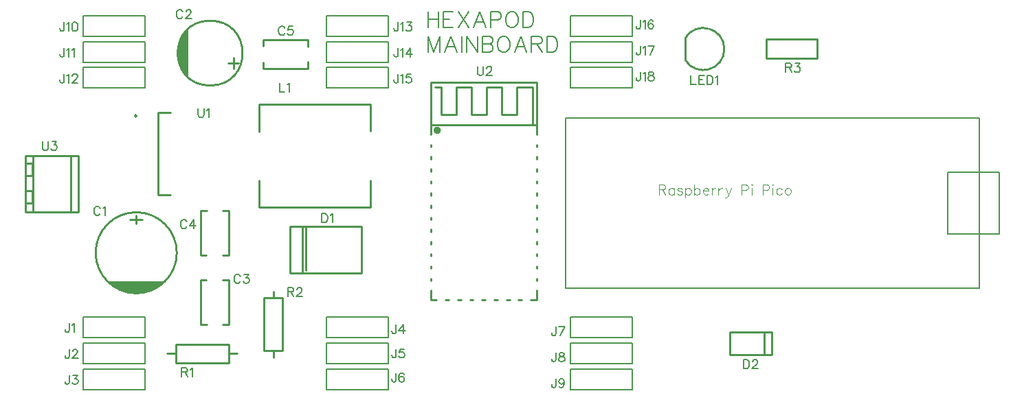
<source format=gto>
G04 Layer: TopSilkscreenLayer*
G04 EasyEDA v6.5.23, 2023-09-19 16:20:23*
G04 fec3ef732f994282af85564de1ff210d,c045908398b64bc89dde678931a0b1f3,10*
G04 Gerber Generator version 0.2*
G04 Scale: 100 percent, Rotated: No, Reflected: No *
G04 Dimensions in millimeters *
G04 leading zeros omitted , absolute positions ,4 integer and 5 decimal *
%FSLAX45Y45*%
%MOMM*%

%ADD10C,0.2032*%
%ADD11C,0.1016*%
%ADD12C,0.1524*%
%ADD13C,0.1270*%
%ADD14C,0.2540*%
%ADD15C,0.2030*%
%ADD16C,0.3810*%
%ADD17C,0.0152*%

%LPD*%
D10*
X3911600Y7964678D02*
G01*
X3911600Y7770876D01*
X4040886Y7964678D02*
G01*
X4040886Y7770876D01*
X3911600Y7872476D02*
G01*
X4040886Y7872476D01*
X4101845Y7964678D02*
G01*
X4101845Y7770876D01*
X4101845Y7964678D02*
G01*
X4221988Y7964678D01*
X4101845Y7872476D02*
G01*
X4175759Y7872476D01*
X4101845Y7770876D02*
G01*
X4221988Y7770876D01*
X4282947Y7964678D02*
G01*
X4412234Y7770876D01*
X4412234Y7964678D02*
G01*
X4282947Y7770876D01*
X4547108Y7964678D02*
G01*
X4473193Y7770876D01*
X4547108Y7964678D02*
G01*
X4621022Y7770876D01*
X4500879Y7835392D02*
G01*
X4593336Y7835392D01*
X4681981Y7964678D02*
G01*
X4681981Y7770876D01*
X4681981Y7964678D02*
G01*
X4765040Y7964678D01*
X4792725Y7955534D01*
X4801870Y7946389D01*
X4811268Y7927847D01*
X4811268Y7900162D01*
X4801870Y7881620D01*
X4792725Y7872476D01*
X4765040Y7863078D01*
X4681981Y7863078D01*
X4927600Y7964678D02*
G01*
X4909058Y7955534D01*
X4890770Y7936992D01*
X4881372Y7918450D01*
X4872227Y7890763D01*
X4872227Y7844789D01*
X4881372Y7816850D01*
X4890770Y7798562D01*
X4909058Y7780020D01*
X4927600Y7770876D01*
X4964429Y7770876D01*
X4982972Y7780020D01*
X5001513Y7798562D01*
X5010658Y7816850D01*
X5020056Y7844789D01*
X5020056Y7890763D01*
X5010658Y7918450D01*
X5001513Y7936992D01*
X4982972Y7955534D01*
X4964429Y7964678D01*
X4927600Y7964678D01*
X5081015Y7964678D02*
G01*
X5081015Y7770876D01*
X5081015Y7964678D02*
G01*
X5145531Y7964678D01*
X5173218Y7955534D01*
X5191759Y7936992D01*
X5200904Y7918450D01*
X5210302Y7890763D01*
X5210302Y7844789D01*
X5200904Y7816850D01*
X5191759Y7798562D01*
X5173218Y7780020D01*
X5145531Y7770876D01*
X5081015Y7770876D01*
X3911600Y7659878D02*
G01*
X3911600Y7466076D01*
X3911600Y7659878D02*
G01*
X3985513Y7466076D01*
X4059427Y7659878D02*
G01*
X3985513Y7466076D01*
X4059427Y7659878D02*
G01*
X4059427Y7466076D01*
X4194302Y7659878D02*
G01*
X4120388Y7466076D01*
X4194302Y7659878D02*
G01*
X4268215Y7466076D01*
X4148074Y7530592D02*
G01*
X4240529Y7530592D01*
X4329175Y7659878D02*
G01*
X4329175Y7466076D01*
X4390136Y7659878D02*
G01*
X4390136Y7466076D01*
X4390136Y7659878D02*
G01*
X4519422Y7466076D01*
X4519422Y7659878D02*
G01*
X4519422Y7466076D01*
X4580381Y7659878D02*
G01*
X4580381Y7466076D01*
X4580381Y7659878D02*
G01*
X4663440Y7659878D01*
X4691125Y7650734D01*
X4700270Y7641589D01*
X4709668Y7623047D01*
X4709668Y7604505D01*
X4700270Y7585963D01*
X4691125Y7576820D01*
X4663440Y7567676D01*
X4580381Y7567676D02*
G01*
X4663440Y7567676D01*
X4691125Y7558278D01*
X4700270Y7549134D01*
X4709668Y7530592D01*
X4709668Y7502905D01*
X4700270Y7484363D01*
X4691125Y7475220D01*
X4663440Y7466076D01*
X4580381Y7466076D01*
X4826000Y7659878D02*
G01*
X4807458Y7650734D01*
X4789170Y7632192D01*
X4779772Y7613650D01*
X4770627Y7585963D01*
X4770627Y7539989D01*
X4779772Y7512050D01*
X4789170Y7493762D01*
X4807458Y7475220D01*
X4826000Y7466076D01*
X4862829Y7466076D01*
X4881372Y7475220D01*
X4899913Y7493762D01*
X4909058Y7512050D01*
X4918456Y7539989D01*
X4918456Y7585963D01*
X4909058Y7613650D01*
X4899913Y7632192D01*
X4881372Y7650734D01*
X4862829Y7659878D01*
X4826000Y7659878D01*
X5053329Y7659878D02*
G01*
X4979415Y7466076D01*
X5053329Y7659878D02*
G01*
X5126990Y7466076D01*
X5007102Y7530592D02*
G01*
X5099304Y7530592D01*
X5187950Y7659878D02*
G01*
X5187950Y7466076D01*
X5187950Y7659878D02*
G01*
X5271261Y7659878D01*
X5298947Y7650734D01*
X5308091Y7641589D01*
X5317490Y7623047D01*
X5317490Y7604505D01*
X5308091Y7585963D01*
X5298947Y7576820D01*
X5271261Y7567676D01*
X5187950Y7567676D01*
X5252720Y7567676D02*
G01*
X5317490Y7466076D01*
X5378450Y7659878D02*
G01*
X5378450Y7466076D01*
X5378450Y7659878D02*
G01*
X5442965Y7659878D01*
X5470652Y7650734D01*
X5489193Y7632192D01*
X5498338Y7613650D01*
X5507736Y7585963D01*
X5507736Y7539989D01*
X5498338Y7512050D01*
X5489193Y7493762D01*
X5470652Y7475220D01*
X5442965Y7466076D01*
X5378450Y7466076D01*
D11*
X6756400Y5830570D02*
G01*
X6756400Y5709157D01*
X6756400Y5830570D02*
G01*
X6808470Y5830570D01*
X6825741Y5824728D01*
X6831329Y5818886D01*
X6837172Y5807455D01*
X6837172Y5795771D01*
X6831329Y5784342D01*
X6825741Y5778500D01*
X6808470Y5772657D01*
X6756400Y5772657D01*
X6796786Y5772657D02*
G01*
X6837172Y5709157D01*
X6944613Y5789929D02*
G01*
X6944613Y5709157D01*
X6944613Y5772657D02*
G01*
X6932929Y5784342D01*
X6921500Y5789929D01*
X6904227Y5789929D01*
X6892543Y5784342D01*
X6881113Y5772657D01*
X6875272Y5755386D01*
X6875272Y5743955D01*
X6881113Y5726429D01*
X6892543Y5715000D01*
X6904227Y5709157D01*
X6921500Y5709157D01*
X6932929Y5715000D01*
X6944613Y5726429D01*
X7046213Y5772657D02*
G01*
X7040372Y5784342D01*
X7023100Y5789929D01*
X7005827Y5789929D01*
X6988556Y5784342D01*
X6982713Y5772657D01*
X6988556Y5761228D01*
X6999986Y5755386D01*
X7028941Y5749544D01*
X7040372Y5743955D01*
X7046213Y5732271D01*
X7046213Y5726429D01*
X7040372Y5715000D01*
X7023100Y5709157D01*
X7005827Y5709157D01*
X6988556Y5715000D01*
X6982713Y5726429D01*
X7084313Y5789929D02*
G01*
X7084313Y5668771D01*
X7084313Y5772657D02*
G01*
X7095743Y5784342D01*
X7107427Y5789929D01*
X7124700Y5789929D01*
X7136129Y5784342D01*
X7147813Y5772657D01*
X7153656Y5755386D01*
X7153656Y5743955D01*
X7147813Y5726429D01*
X7136129Y5715000D01*
X7124700Y5709157D01*
X7107427Y5709157D01*
X7095743Y5715000D01*
X7084313Y5726429D01*
X7191756Y5830570D02*
G01*
X7191756Y5709157D01*
X7191756Y5772657D02*
G01*
X7203186Y5784342D01*
X7214870Y5789929D01*
X7232141Y5789929D01*
X7243572Y5784342D01*
X7255256Y5772657D01*
X7260843Y5755386D01*
X7260843Y5743955D01*
X7255256Y5726429D01*
X7243572Y5715000D01*
X7232141Y5709157D01*
X7214870Y5709157D01*
X7203186Y5715000D01*
X7191756Y5726429D01*
X7298943Y5755386D02*
G01*
X7368286Y5755386D01*
X7368286Y5767070D01*
X7362443Y5778500D01*
X7356856Y5784342D01*
X7345172Y5789929D01*
X7327900Y5789929D01*
X7316470Y5784342D01*
X7304786Y5772657D01*
X7298943Y5755386D01*
X7298943Y5743955D01*
X7304786Y5726429D01*
X7316470Y5715000D01*
X7327900Y5709157D01*
X7345172Y5709157D01*
X7356856Y5715000D01*
X7368286Y5726429D01*
X7406386Y5789929D02*
G01*
X7406386Y5709157D01*
X7406386Y5755386D02*
G01*
X7412227Y5772657D01*
X7423658Y5784342D01*
X7435341Y5789929D01*
X7452613Y5789929D01*
X7490713Y5789929D02*
G01*
X7490713Y5709157D01*
X7490713Y5755386D02*
G01*
X7496556Y5772657D01*
X7507986Y5784342D01*
X7519670Y5789929D01*
X7536941Y5789929D01*
X7580629Y5789929D02*
G01*
X7615427Y5709157D01*
X7649972Y5789929D02*
G01*
X7615427Y5709157D01*
X7603743Y5686044D01*
X7592313Y5674613D01*
X7580629Y5668771D01*
X7575041Y5668771D01*
X7776972Y5830570D02*
G01*
X7776972Y5709157D01*
X7776972Y5830570D02*
G01*
X7829041Y5830570D01*
X7846313Y5824728D01*
X7852156Y5818886D01*
X7857743Y5807455D01*
X7857743Y5789929D01*
X7852156Y5778500D01*
X7846313Y5772657D01*
X7829041Y5767070D01*
X7776972Y5767070D01*
X7895843Y5830570D02*
G01*
X7901686Y5824728D01*
X7907527Y5830570D01*
X7901686Y5836157D01*
X7895843Y5830570D01*
X7901686Y5789929D02*
G01*
X7901686Y5709157D01*
X8034527Y5830570D02*
G01*
X8034527Y5709157D01*
X8034527Y5830570D02*
G01*
X8086343Y5830570D01*
X8103870Y5824728D01*
X8109458Y5818886D01*
X8115300Y5807455D01*
X8115300Y5789929D01*
X8109458Y5778500D01*
X8103870Y5772657D01*
X8086343Y5767070D01*
X8034527Y5767070D01*
X8153400Y5830570D02*
G01*
X8159241Y5824728D01*
X8164829Y5830570D01*
X8159241Y5836157D01*
X8153400Y5830570D01*
X8159241Y5789929D02*
G01*
X8159241Y5709157D01*
X8272272Y5772657D02*
G01*
X8260841Y5784342D01*
X8249158Y5789929D01*
X8231886Y5789929D01*
X8220456Y5784342D01*
X8208772Y5772657D01*
X8202929Y5755386D01*
X8202929Y5743955D01*
X8208772Y5726429D01*
X8220456Y5715000D01*
X8231886Y5709157D01*
X8249158Y5709157D01*
X8260841Y5715000D01*
X8272272Y5726429D01*
X8339327Y5789929D02*
G01*
X8327643Y5784342D01*
X8316213Y5772657D01*
X8310372Y5755386D01*
X8310372Y5743955D01*
X8316213Y5726429D01*
X8327643Y5715000D01*
X8339327Y5709157D01*
X8356600Y5709157D01*
X8368029Y5715000D01*
X8379713Y5726429D01*
X8385556Y5743955D01*
X8385556Y5755386D01*
X8379713Y5772657D01*
X8368029Y5784342D01*
X8356600Y5789929D01*
X8339327Y5789929D01*
D12*
X-125221Y5537707D02*
G01*
X-130555Y5548121D01*
X-140970Y5558536D01*
X-151129Y5563615D01*
X-171957Y5563615D01*
X-182371Y5558536D01*
X-192786Y5548121D01*
X-198120Y5537707D01*
X-203200Y5521960D01*
X-203200Y5496052D01*
X-198120Y5480557D01*
X-192786Y5470144D01*
X-182371Y5459729D01*
X-171957Y5454650D01*
X-151129Y5454650D01*
X-140970Y5459729D01*
X-130555Y5470144D01*
X-125221Y5480557D01*
X-90931Y5542787D02*
G01*
X-80518Y5548121D01*
X-65023Y5563615D01*
X-65023Y5454650D01*
X890778Y7963408D02*
G01*
X885444Y7973821D01*
X875029Y7984236D01*
X864870Y7989315D01*
X844042Y7989315D01*
X833628Y7984236D01*
X823213Y7973821D01*
X817879Y7963408D01*
X812800Y7947660D01*
X812800Y7921752D01*
X817879Y7906258D01*
X823213Y7895844D01*
X833628Y7885429D01*
X844042Y7880350D01*
X864870Y7880350D01*
X875029Y7885429D01*
X885444Y7895844D01*
X890778Y7906258D01*
X930147Y7963408D02*
G01*
X930147Y7968487D01*
X935481Y7978902D01*
X940562Y7984236D01*
X950976Y7989315D01*
X971804Y7989315D01*
X982218Y7984236D01*
X987297Y7978902D01*
X992631Y7968487D01*
X992631Y7958073D01*
X987297Y7947660D01*
X976884Y7932165D01*
X925068Y7880350D01*
X997712Y7880350D01*
X1601978Y4699507D02*
G01*
X1596644Y4709921D01*
X1586229Y4720336D01*
X1576070Y4725415D01*
X1555242Y4725415D01*
X1544828Y4720336D01*
X1534413Y4709921D01*
X1529079Y4699507D01*
X1524000Y4683760D01*
X1524000Y4657852D01*
X1529079Y4642357D01*
X1534413Y4631944D01*
X1544828Y4621529D01*
X1555242Y4616450D01*
X1576070Y4616450D01*
X1586229Y4621529D01*
X1596644Y4631944D01*
X1601978Y4642357D01*
X1646681Y4725415D02*
G01*
X1703831Y4725415D01*
X1672589Y4683760D01*
X1688084Y4683760D01*
X1698497Y4678679D01*
X1703831Y4673600D01*
X1708912Y4657852D01*
X1708912Y4647437D01*
X1703831Y4631944D01*
X1693418Y4621529D01*
X1677670Y4616450D01*
X1662176Y4616450D01*
X1646681Y4621529D01*
X1641347Y4626610D01*
X1636268Y4637023D01*
X941578Y5372607D02*
G01*
X936244Y5383021D01*
X925829Y5393436D01*
X915670Y5398515D01*
X894842Y5398515D01*
X884428Y5393436D01*
X874013Y5383021D01*
X868679Y5372607D01*
X863600Y5356860D01*
X863600Y5330952D01*
X868679Y5315457D01*
X874013Y5305044D01*
X884428Y5294629D01*
X894842Y5289550D01*
X915670Y5289550D01*
X925829Y5294629D01*
X936244Y5305044D01*
X941578Y5315457D01*
X1027684Y5398515D02*
G01*
X975868Y5325871D01*
X1053845Y5325871D01*
X1027684Y5398515D02*
G01*
X1027684Y5289550D01*
X2148077Y7760208D02*
G01*
X2142743Y7770621D01*
X2132329Y7781036D01*
X2122170Y7786115D01*
X2101341Y7786115D01*
X2090927Y7781036D01*
X2080513Y7770621D01*
X2075179Y7760208D01*
X2070100Y7744460D01*
X2070100Y7718552D01*
X2075179Y7703058D01*
X2080513Y7692644D01*
X2090927Y7682229D01*
X2101341Y7677150D01*
X2122170Y7677150D01*
X2132329Y7682229D01*
X2142743Y7692644D01*
X2148077Y7703058D01*
X2244597Y7786115D02*
G01*
X2192781Y7786115D01*
X2187447Y7739379D01*
X2192781Y7744460D01*
X2208275Y7749794D01*
X2223770Y7749794D01*
X2239518Y7744460D01*
X2249931Y7734300D01*
X2255011Y7718552D01*
X2255011Y7708137D01*
X2249931Y7692644D01*
X2239518Y7682229D01*
X2223770Y7677150D01*
X2208275Y7677150D01*
X2192781Y7682229D01*
X2187447Y7687310D01*
X2182368Y7697723D01*
X2603500Y5474715D02*
G01*
X2603500Y5365750D01*
X2603500Y5474715D02*
G01*
X2639822Y5474715D01*
X2655570Y5469636D01*
X2665729Y5459221D01*
X2671063Y5448807D01*
X2676143Y5433060D01*
X2676143Y5407152D01*
X2671063Y5391657D01*
X2665729Y5381244D01*
X2655570Y5370829D01*
X2639822Y5365750D01*
X2603500Y5365750D01*
X2710434Y5453887D02*
G01*
X2720847Y5459221D01*
X2736595Y5474715D01*
X2736595Y5365750D01*
X-506729Y4118315D02*
G01*
X-506729Y4035257D01*
X-512063Y4019509D01*
X-517144Y4014429D01*
X-527557Y4009349D01*
X-537971Y4009349D01*
X-548386Y4014429D01*
X-553720Y4019509D01*
X-558800Y4035257D01*
X-558800Y4045671D01*
X-472439Y4097487D02*
G01*
X-462279Y4102821D01*
X-446531Y4118315D01*
X-446531Y4009349D01*
X-506729Y3798315D02*
G01*
X-506729Y3715257D01*
X-512063Y3699510D01*
X-517144Y3694429D01*
X-527557Y3689350D01*
X-537971Y3689350D01*
X-548386Y3694429D01*
X-553720Y3699510D01*
X-558800Y3715257D01*
X-558800Y3725671D01*
X-467360Y3772407D02*
G01*
X-467360Y3777487D01*
X-462279Y3787902D01*
X-456945Y3793236D01*
X-446531Y3798315D01*
X-425704Y3798315D01*
X-415289Y3793236D01*
X-410210Y3787902D01*
X-405129Y3777487D01*
X-405129Y3767073D01*
X-410210Y3756660D01*
X-420623Y3741165D01*
X-472439Y3689350D01*
X-399795Y3689350D01*
X-506729Y3478316D02*
G01*
X-506729Y3395258D01*
X-512063Y3379510D01*
X-517144Y3374430D01*
X-527557Y3369350D01*
X-537971Y3369350D01*
X-548386Y3374430D01*
X-553720Y3379510D01*
X-558800Y3395258D01*
X-558800Y3405672D01*
X-462279Y3478316D02*
G01*
X-405129Y3478316D01*
X-436118Y3436660D01*
X-420623Y3436660D01*
X-410210Y3431580D01*
X-405129Y3426500D01*
X-399795Y3410752D01*
X-399795Y3400338D01*
X-405129Y3384844D01*
X-415289Y3374430D01*
X-431037Y3369350D01*
X-446531Y3369350D01*
X-462279Y3374430D01*
X-467360Y3379510D01*
X-472439Y3389924D01*
X3519170Y4103115D02*
G01*
X3519170Y4020057D01*
X3513836Y4004310D01*
X3508756Y3999229D01*
X3498341Y3994150D01*
X3487927Y3994150D01*
X3477513Y3999229D01*
X3472179Y4004310D01*
X3467100Y4020057D01*
X3467100Y4030471D01*
X3605275Y4103115D02*
G01*
X3553459Y4030471D01*
X3631184Y4030471D01*
X3605275Y4103115D02*
G01*
X3605275Y3994150D01*
X3519170Y3804665D02*
G01*
X3519170Y3721607D01*
X3513836Y3705860D01*
X3508756Y3700779D01*
X3498341Y3695700D01*
X3487927Y3695700D01*
X3477513Y3700779D01*
X3472179Y3705860D01*
X3467100Y3721607D01*
X3467100Y3732021D01*
X3615690Y3804665D02*
G01*
X3563620Y3804665D01*
X3558540Y3757929D01*
X3563620Y3763010D01*
X3579368Y3768344D01*
X3594861Y3768344D01*
X3610609Y3763010D01*
X3620770Y3752850D01*
X3626104Y3737102D01*
X3626104Y3726687D01*
X3620770Y3711194D01*
X3610609Y3700779D01*
X3594861Y3695700D01*
X3579368Y3695700D01*
X3563620Y3700779D01*
X3558540Y3705860D01*
X3553459Y3716273D01*
X3519170Y3506215D02*
G01*
X3519170Y3423157D01*
X3513836Y3407410D01*
X3508756Y3402329D01*
X3498341Y3397250D01*
X3487927Y3397250D01*
X3477513Y3402329D01*
X3472179Y3407410D01*
X3467100Y3423157D01*
X3467100Y3433571D01*
X3615690Y3490721D02*
G01*
X3610609Y3501136D01*
X3594861Y3506215D01*
X3584447Y3506215D01*
X3568954Y3501136D01*
X3558540Y3485387D01*
X3553459Y3459479D01*
X3553459Y3433571D01*
X3558540Y3412744D01*
X3568954Y3402329D01*
X3584447Y3397250D01*
X3589781Y3397250D01*
X3605275Y3402329D01*
X3615690Y3412744D01*
X3620770Y3428237D01*
X3620770Y3433571D01*
X3615690Y3449065D01*
X3605275Y3459479D01*
X3589781Y3464560D01*
X3584447Y3464560D01*
X3568954Y3459479D01*
X3558540Y3449065D01*
X3553459Y3433571D01*
X5487670Y4077715D02*
G01*
X5487670Y3994657D01*
X5482336Y3978910D01*
X5477256Y3973829D01*
X5466841Y3968750D01*
X5456427Y3968750D01*
X5446013Y3973829D01*
X5440679Y3978910D01*
X5435600Y3994657D01*
X5435600Y4005071D01*
X5594604Y4077715D02*
G01*
X5542534Y3968750D01*
X5521959Y4077715D02*
G01*
X5594604Y4077715D01*
X5487670Y3757716D02*
G01*
X5487670Y3674658D01*
X5482336Y3658910D01*
X5477256Y3653830D01*
X5466841Y3648750D01*
X5456427Y3648750D01*
X5446013Y3653830D01*
X5440679Y3658910D01*
X5435600Y3674658D01*
X5435600Y3685072D01*
X5547868Y3757716D02*
G01*
X5532120Y3752636D01*
X5527040Y3742222D01*
X5527040Y3731808D01*
X5532120Y3721394D01*
X5542534Y3716060D01*
X5563361Y3710980D01*
X5579109Y3705900D01*
X5589270Y3695486D01*
X5594604Y3685072D01*
X5594604Y3669324D01*
X5589270Y3658910D01*
X5584190Y3653830D01*
X5568695Y3648750D01*
X5547868Y3648750D01*
X5532120Y3653830D01*
X5527040Y3658910D01*
X5521959Y3669324D01*
X5521959Y3685072D01*
X5527040Y3695486D01*
X5537454Y3705900D01*
X5552947Y3710980D01*
X5573775Y3716060D01*
X5584190Y3721394D01*
X5589270Y3731808D01*
X5589270Y3742222D01*
X5584190Y3752636D01*
X5568695Y3757716D01*
X5547868Y3757716D01*
X5487670Y3437717D02*
G01*
X5487670Y3354659D01*
X5482336Y3338911D01*
X5477256Y3333831D01*
X5466841Y3328751D01*
X5456427Y3328751D01*
X5446013Y3333831D01*
X5440679Y3338911D01*
X5435600Y3354659D01*
X5435600Y3365073D01*
X5589270Y3401395D02*
G01*
X5584190Y3385901D01*
X5573775Y3375487D01*
X5558281Y3370153D01*
X5552947Y3370153D01*
X5537454Y3375487D01*
X5527040Y3385901D01*
X5521959Y3401395D01*
X5521959Y3406475D01*
X5527040Y3422223D01*
X5537454Y3432637D01*
X5552947Y3437717D01*
X5558281Y3437717D01*
X5573775Y3432637D01*
X5584190Y3422223D01*
X5589270Y3401395D01*
X5589270Y3375487D01*
X5584190Y3349325D01*
X5573775Y3333831D01*
X5558281Y3328751D01*
X5547868Y3328751D01*
X5532120Y3333831D01*
X5527040Y3344245D01*
X-570229Y7836915D02*
G01*
X-570229Y7753858D01*
X-575563Y7738110D01*
X-580644Y7733029D01*
X-591057Y7727950D01*
X-601471Y7727950D01*
X-611886Y7733029D01*
X-617220Y7738110D01*
X-622300Y7753858D01*
X-622300Y7764271D01*
X-535939Y7816087D02*
G01*
X-525779Y7821421D01*
X-510031Y7836915D01*
X-510031Y7727950D01*
X-444500Y7836915D02*
G01*
X-460247Y7831836D01*
X-470662Y7816087D01*
X-475742Y7790179D01*
X-475742Y7774686D01*
X-470662Y7748523D01*
X-460247Y7733029D01*
X-444500Y7727950D01*
X-434339Y7727950D01*
X-418592Y7733029D01*
X-408178Y7748523D01*
X-403097Y7774686D01*
X-403097Y7790179D01*
X-408178Y7816087D01*
X-418592Y7831836D01*
X-434339Y7836915D01*
X-444500Y7836915D01*
X-570229Y7516916D02*
G01*
X-570229Y7433858D01*
X-575563Y7418110D01*
X-580644Y7413030D01*
X-591057Y7407950D01*
X-601471Y7407950D01*
X-611886Y7413030D01*
X-617220Y7418110D01*
X-622300Y7433858D01*
X-622300Y7444272D01*
X-535939Y7496088D02*
G01*
X-525779Y7501422D01*
X-510031Y7516916D01*
X-510031Y7407950D01*
X-475742Y7496088D02*
G01*
X-465328Y7501422D01*
X-449834Y7516916D01*
X-449834Y7407950D01*
X-570229Y7196917D02*
G01*
X-570229Y7113859D01*
X-575563Y7098111D01*
X-580644Y7093031D01*
X-591057Y7087951D01*
X-601471Y7087951D01*
X-611886Y7093031D01*
X-617220Y7098111D01*
X-622300Y7113859D01*
X-622300Y7124273D01*
X-535939Y7176089D02*
G01*
X-525779Y7181423D01*
X-510031Y7196917D01*
X-510031Y7087951D01*
X-470662Y7171009D02*
G01*
X-470662Y7176089D01*
X-465328Y7186503D01*
X-460247Y7191837D01*
X-449834Y7196917D01*
X-429005Y7196917D01*
X-418592Y7191837D01*
X-413512Y7186503D01*
X-408178Y7176089D01*
X-408178Y7165675D01*
X-413512Y7155261D01*
X-423926Y7139767D01*
X-475742Y7087951D01*
X-403097Y7087951D01*
X3544570Y7836915D02*
G01*
X3544570Y7753858D01*
X3539236Y7738110D01*
X3534156Y7733029D01*
X3523741Y7727950D01*
X3513327Y7727950D01*
X3502913Y7733029D01*
X3497579Y7738110D01*
X3492500Y7753858D01*
X3492500Y7764271D01*
X3578859Y7816087D02*
G01*
X3589020Y7821421D01*
X3604768Y7836915D01*
X3604768Y7727950D01*
X3649472Y7836915D02*
G01*
X3706622Y7836915D01*
X3675379Y7795260D01*
X3690874Y7795260D01*
X3701288Y7790179D01*
X3706622Y7785100D01*
X3711702Y7769352D01*
X3711702Y7758937D01*
X3706622Y7743444D01*
X3696208Y7733029D01*
X3680459Y7727950D01*
X3664965Y7727950D01*
X3649472Y7733029D01*
X3644138Y7738110D01*
X3639058Y7748523D01*
X3544570Y7516916D02*
G01*
X3544570Y7433858D01*
X3539236Y7418110D01*
X3534156Y7413030D01*
X3523741Y7407950D01*
X3513327Y7407950D01*
X3502913Y7413030D01*
X3497579Y7418110D01*
X3492500Y7433858D01*
X3492500Y7444272D01*
X3578859Y7496088D02*
G01*
X3589020Y7501422D01*
X3604768Y7516916D01*
X3604768Y7407950D01*
X3690874Y7516916D02*
G01*
X3639058Y7444272D01*
X3717036Y7444272D01*
X3690874Y7516916D02*
G01*
X3690874Y7407950D01*
X3544570Y7196917D02*
G01*
X3544570Y7113859D01*
X3539236Y7098111D01*
X3534156Y7093031D01*
X3523741Y7087951D01*
X3513327Y7087951D01*
X3502913Y7093031D01*
X3497579Y7098111D01*
X3492500Y7113859D01*
X3492500Y7124273D01*
X3578859Y7176089D02*
G01*
X3589020Y7181423D01*
X3604768Y7196917D01*
X3604768Y7087951D01*
X3701288Y7196917D02*
G01*
X3649472Y7196917D01*
X3644138Y7150181D01*
X3649472Y7155261D01*
X3664965Y7160595D01*
X3680459Y7160595D01*
X3696208Y7155261D01*
X3706622Y7145101D01*
X3711702Y7129353D01*
X3711702Y7118939D01*
X3706622Y7103445D01*
X3696208Y7093031D01*
X3680459Y7087951D01*
X3664965Y7087951D01*
X3649472Y7093031D01*
X3644138Y7098111D01*
X3639058Y7108525D01*
X6529070Y7862315D02*
G01*
X6529070Y7779258D01*
X6523736Y7763510D01*
X6518656Y7758429D01*
X6508241Y7753350D01*
X6497827Y7753350D01*
X6487413Y7758429D01*
X6482079Y7763510D01*
X6477000Y7779258D01*
X6477000Y7789671D01*
X6563359Y7841487D02*
G01*
X6573520Y7846821D01*
X6589268Y7862315D01*
X6589268Y7753350D01*
X6685788Y7846821D02*
G01*
X6680708Y7857236D01*
X6664959Y7862315D01*
X6654800Y7862315D01*
X6639052Y7857236D01*
X6628638Y7841487D01*
X6623558Y7815579D01*
X6623558Y7789671D01*
X6628638Y7768844D01*
X6639052Y7758429D01*
X6654800Y7753350D01*
X6659879Y7753350D01*
X6675374Y7758429D01*
X6685788Y7768844D01*
X6691122Y7784337D01*
X6691122Y7789671D01*
X6685788Y7805165D01*
X6675374Y7815579D01*
X6659879Y7820660D01*
X6654800Y7820660D01*
X6639052Y7815579D01*
X6628638Y7805165D01*
X6623558Y7789671D01*
X6529070Y7542316D02*
G01*
X6529070Y7459258D01*
X6523736Y7443510D01*
X6518656Y7438430D01*
X6508241Y7433350D01*
X6497827Y7433350D01*
X6487413Y7438430D01*
X6482079Y7443510D01*
X6477000Y7459258D01*
X6477000Y7469672D01*
X6563359Y7521488D02*
G01*
X6573520Y7526822D01*
X6589268Y7542316D01*
X6589268Y7433350D01*
X6696202Y7542316D02*
G01*
X6644386Y7433350D01*
X6623558Y7542316D02*
G01*
X6696202Y7542316D01*
X6529070Y7222317D02*
G01*
X6529070Y7139259D01*
X6523736Y7123511D01*
X6518656Y7118431D01*
X6508241Y7113351D01*
X6497827Y7113351D01*
X6487413Y7118431D01*
X6482079Y7123511D01*
X6477000Y7139259D01*
X6477000Y7149673D01*
X6563359Y7201489D02*
G01*
X6573520Y7206823D01*
X6589268Y7222317D01*
X6589268Y7113351D01*
X6649465Y7222317D02*
G01*
X6633972Y7217237D01*
X6628638Y7206823D01*
X6628638Y7196409D01*
X6633972Y7185995D01*
X6644386Y7180661D01*
X6664959Y7175581D01*
X6680708Y7170501D01*
X6691122Y7160087D01*
X6696202Y7149673D01*
X6696202Y7133925D01*
X6691122Y7123511D01*
X6685788Y7118431D01*
X6670293Y7113351D01*
X6649465Y7113351D01*
X6633972Y7118431D01*
X6628638Y7123511D01*
X6623558Y7133925D01*
X6623558Y7149673D01*
X6628638Y7160087D01*
X6639052Y7170501D01*
X6654800Y7175581D01*
X6675374Y7180661D01*
X6685788Y7185995D01*
X6691122Y7196409D01*
X6691122Y7206823D01*
X6685788Y7217237D01*
X6670293Y7222317D01*
X6649465Y7222317D01*
X2082800Y7087615D02*
G01*
X2082800Y6978650D01*
X2082800Y6978650D02*
G01*
X2145029Y6978650D01*
X2179320Y7066787D02*
G01*
X2189734Y7072121D01*
X2205481Y7087615D01*
X2205481Y6978650D01*
X7150100Y7176515D02*
G01*
X7150100Y7067550D01*
X7150100Y7067550D02*
G01*
X7212329Y7067550D01*
X7246620Y7176515D02*
G01*
X7246620Y7067550D01*
X7246620Y7176515D02*
G01*
X7314184Y7176515D01*
X7246620Y7124700D02*
G01*
X7288275Y7124700D01*
X7246620Y7067550D02*
G01*
X7314184Y7067550D01*
X7348474Y7176515D02*
G01*
X7348474Y7067550D01*
X7348474Y7176515D02*
G01*
X7385050Y7176515D01*
X7400543Y7171436D01*
X7410958Y7161021D01*
X7416038Y7150608D01*
X7421372Y7134860D01*
X7421372Y7108952D01*
X7416038Y7093458D01*
X7410958Y7083044D01*
X7400543Y7072629D01*
X7385050Y7067550D01*
X7348474Y7067550D01*
X7455661Y7155687D02*
G01*
X7466075Y7161021D01*
X7481570Y7176515D01*
X7481570Y7067550D01*
X876300Y3569715D02*
G01*
X876300Y3460750D01*
X876300Y3569715D02*
G01*
X923036Y3569715D01*
X938529Y3564636D01*
X943863Y3559302D01*
X948944Y3548887D01*
X948944Y3538473D01*
X943863Y3528060D01*
X938529Y3522979D01*
X923036Y3517900D01*
X876300Y3517900D01*
X912621Y3517900D02*
G01*
X948944Y3460750D01*
X983234Y3548887D02*
G01*
X993647Y3554221D01*
X1009395Y3569715D01*
X1009395Y3460750D01*
X2184400Y4560315D02*
G01*
X2184400Y4451350D01*
X2184400Y4560315D02*
G01*
X2231136Y4560315D01*
X2246629Y4555236D01*
X2251963Y4549902D01*
X2257043Y4539487D01*
X2257043Y4529073D01*
X2251963Y4518660D01*
X2246629Y4513579D01*
X2231136Y4508500D01*
X2184400Y4508500D01*
X2220722Y4508500D02*
G01*
X2257043Y4451350D01*
X2296668Y4534407D02*
G01*
X2296668Y4539487D01*
X2301747Y4549902D01*
X2307081Y4555236D01*
X2317495Y4560315D01*
X2338070Y4560315D01*
X2348484Y4555236D01*
X2353818Y4549902D01*
X2358897Y4539487D01*
X2358897Y4529073D01*
X2353818Y4518660D01*
X2343404Y4503165D01*
X2291334Y4451350D01*
X2364231Y4451350D01*
X8318500Y7328915D02*
G01*
X8318500Y7219950D01*
X8318500Y7328915D02*
G01*
X8365236Y7328915D01*
X8380729Y7323836D01*
X8386063Y7318502D01*
X8391143Y7308087D01*
X8391143Y7297673D01*
X8386063Y7287260D01*
X8380729Y7282179D01*
X8365236Y7277100D01*
X8318500Y7277100D01*
X8354822Y7277100D02*
G01*
X8391143Y7219950D01*
X8435847Y7328915D02*
G01*
X8492997Y7328915D01*
X8462009Y7287260D01*
X8477504Y7287260D01*
X8487918Y7282179D01*
X8492997Y7277100D01*
X8498331Y7261352D01*
X8498331Y7250937D01*
X8492997Y7235444D01*
X8482584Y7225029D01*
X8467090Y7219950D01*
X8451595Y7219950D01*
X8435847Y7225029D01*
X8430768Y7230110D01*
X8425434Y7240523D01*
X1079500Y6770115D02*
G01*
X1079500Y6692137D01*
X1084579Y6676644D01*
X1094994Y6666229D01*
X1110742Y6661150D01*
X1121155Y6661150D01*
X1136650Y6666229D01*
X1147063Y6676644D01*
X1152144Y6692137D01*
X1152144Y6770115D01*
X1186434Y6749287D02*
G01*
X1196847Y6754621D01*
X1212595Y6770115D01*
X1212595Y6661150D01*
X4521200Y7290815D02*
G01*
X4521200Y7212837D01*
X4526279Y7197344D01*
X4536693Y7186929D01*
X4552441Y7181850D01*
X4562856Y7181850D01*
X4578350Y7186929D01*
X4588763Y7197344D01*
X4593843Y7212837D01*
X4593843Y7290815D01*
X4633468Y7264908D02*
G01*
X4633468Y7269987D01*
X4638547Y7280402D01*
X4643881Y7285736D01*
X4654295Y7290815D01*
X4674870Y7290815D01*
X4685284Y7285736D01*
X4690618Y7280402D01*
X4695697Y7269987D01*
X4695697Y7259573D01*
X4690618Y7249160D01*
X4680204Y7233665D01*
X4628134Y7181850D01*
X4701031Y7181850D01*
X-838200Y6363715D02*
G01*
X-838200Y6285737D01*
X-833120Y6270244D01*
X-822705Y6259829D01*
X-806957Y6254750D01*
X-796544Y6254750D01*
X-781050Y6259829D01*
X-770636Y6270244D01*
X-765555Y6285737D01*
X-765555Y6363715D01*
X-720852Y6363715D02*
G01*
X-663702Y6363715D01*
X-694689Y6322060D01*
X-679195Y6322060D01*
X-668781Y6316979D01*
X-663702Y6311900D01*
X-658368Y6296152D01*
X-658368Y6285737D01*
X-663702Y6270244D01*
X-674115Y6259829D01*
X-689610Y6254750D01*
X-705104Y6254750D01*
X-720852Y6259829D01*
X-725931Y6264910D01*
X-731265Y6275323D01*
X7797800Y3671315D02*
G01*
X7797800Y3562350D01*
X7797800Y3671315D02*
G01*
X7834122Y3671315D01*
X7849870Y3666236D01*
X7860029Y3655821D01*
X7865363Y3645407D01*
X7870443Y3629660D01*
X7870443Y3603752D01*
X7865363Y3588257D01*
X7860029Y3577844D01*
X7849870Y3567429D01*
X7834122Y3562350D01*
X7797800Y3562350D01*
X7910068Y3645407D02*
G01*
X7910068Y3650487D01*
X7915147Y3660902D01*
X7920481Y3666236D01*
X7930895Y3671315D01*
X7951470Y3671315D01*
X7961884Y3666236D01*
X7967218Y3660902D01*
X7972297Y3650487D01*
X7972297Y3640073D01*
X7967218Y3629660D01*
X7956804Y3614165D01*
X7904734Y3562350D01*
X7977631Y3562350D01*
G36*
X-38100Y4635500D02*
G01*
X63500Y4559300D01*
X215900Y4508500D01*
X368300Y4483100D01*
X469900Y4508500D01*
X673100Y4635500D01*
G37*
G36*
X956919Y7754924D02*
G01*
X944168Y7740903D01*
X932027Y7726425D01*
X920546Y7711389D01*
X909726Y7695844D01*
X899617Y7679893D01*
X890168Y7663484D01*
X881481Y7646670D01*
X873506Y7629550D01*
X866292Y7612075D01*
X859840Y7594295D01*
X854151Y7576210D01*
X849274Y7557973D01*
X845210Y7539481D01*
X841908Y7520838D01*
X839469Y7502093D01*
X837844Y7483246D01*
X836980Y7464348D01*
X836980Y7445451D01*
X837844Y7426553D01*
X839469Y7407706D01*
X841908Y7388961D01*
X845210Y7370318D01*
X849274Y7351826D01*
X854151Y7333589D01*
X859840Y7315504D01*
X866292Y7297724D01*
X873506Y7280249D01*
X881481Y7263130D01*
X890168Y7246315D01*
X899617Y7229906D01*
X909726Y7213955D01*
X920546Y7198410D01*
X932027Y7183374D01*
X944168Y7168896D01*
X956919Y7154875D01*
G37*
D13*
X10676407Y4557991D02*
G01*
X10703407Y4557001D01*
X10703407Y6656997D01*
X5603417Y6656997D01*
X5603417Y4557001D01*
X10703407Y4557001D01*
X10947400Y5987986D02*
G01*
X10947400Y5225986D01*
X10312400Y5225986D01*
X10312400Y5987986D01*
X10947400Y5987986D01*
D14*
X317500Y5448300D02*
G01*
X317500Y5346700D01*
X393700Y5397500D02*
G01*
X241300Y5397500D01*
X1451899Y7334900D02*
G01*
X1576359Y7334900D01*
X1514129Y7402210D02*
G01*
X1514129Y7267590D01*
X1457703Y4656510D02*
G01*
X1457700Y4106509D01*
X1107696Y4106509D02*
G01*
X1107699Y4656515D01*
X1457703Y4656510D02*
G01*
X1385074Y4656510D01*
X1180325Y4656510D02*
G01*
X1107699Y4656510D01*
X1457700Y4106509D02*
G01*
X1378653Y4106509D01*
X1186746Y4106509D02*
G01*
X1107696Y4106509D01*
X1107696Y4957389D02*
G01*
X1107699Y5507390D01*
X1457703Y5507390D02*
G01*
X1457700Y4957384D01*
X1107696Y4957389D02*
G01*
X1180325Y4957389D01*
X1385074Y4957389D02*
G01*
X1457700Y4957389D01*
X1107699Y5507390D02*
G01*
X1186746Y5507390D01*
X1378653Y5507390D02*
G01*
X1457703Y5507390D01*
X1883989Y7617203D02*
G01*
X2433990Y7617200D01*
X2433990Y7267196D02*
G01*
X1883984Y7267199D01*
X1883989Y7617203D02*
G01*
X1883989Y7544574D01*
X1883989Y7339825D02*
G01*
X1883989Y7267199D01*
X2433990Y7617200D02*
G01*
X2433990Y7538153D01*
X2433990Y7346246D02*
G01*
X2433990Y7267196D01*
X2214300Y5314198D02*
G01*
X3094299Y5314198D01*
X3094299Y4744199D01*
X2214300Y4744199D01*
X2214300Y5314198D01*
X2364071Y5299199D02*
G01*
X2364071Y4759200D01*
X2404711Y5299199D02*
G01*
X2404711Y4775200D01*
D10*
X-145287Y4195998D02*
G01*
X-335787Y4195998D01*
X-335787Y3941998D01*
X426212Y3941998D01*
X426212Y4195998D01*
D15*
X426212Y4195998D02*
G01*
X-145287Y4195998D01*
D10*
X-145287Y3875999D02*
G01*
X-335787Y3875999D01*
X-335787Y3621999D01*
X426212Y3621999D01*
X426212Y3875999D01*
D15*
X426212Y3875999D02*
G01*
X-145287Y3875999D01*
D10*
X-145287Y3556000D02*
G01*
X-335787Y3556000D01*
X-335787Y3302000D01*
X426212Y3302000D01*
X426212Y3556000D01*
D15*
X426212Y3556000D02*
G01*
X-145287Y3556000D01*
D10*
X2854706Y4195998D02*
G01*
X2664206Y4195998D01*
X2664206Y3941998D01*
X3426206Y3941998D01*
X3426206Y4195998D01*
D15*
X3426206Y4195998D02*
G01*
X2854706Y4195998D01*
D10*
X2854706Y3875999D02*
G01*
X2664206Y3875999D01*
X2664206Y3621999D01*
X3426206Y3621999D01*
X3426206Y3875999D01*
D15*
X3426206Y3875999D02*
G01*
X2854706Y3875999D01*
D10*
X2854706Y3556000D02*
G01*
X2664206Y3556000D01*
X2664206Y3302000D01*
X3426206Y3302000D01*
X3426206Y3556000D01*
D15*
X3426206Y3556000D02*
G01*
X2854706Y3556000D01*
D10*
X5854700Y4195998D02*
G01*
X5664200Y4195998D01*
X5664200Y3941998D01*
X6426200Y3941998D01*
X6426200Y4195998D01*
D15*
X6426200Y4195998D02*
G01*
X5854700Y4195998D01*
D10*
X5854700Y3875999D02*
G01*
X5664200Y3875999D01*
X5664200Y3621999D01*
X6426200Y3621999D01*
X6426200Y3875999D01*
D15*
X6426200Y3875999D02*
G01*
X5854700Y3875999D01*
D10*
X5854700Y3556000D02*
G01*
X5664200Y3556000D01*
X5664200Y3302000D01*
X6426200Y3302000D01*
X6426200Y3556000D01*
D15*
X6426200Y3556000D02*
G01*
X5854700Y3556000D01*
D10*
X-145287Y7917098D02*
G01*
X-335787Y7917098D01*
X-335787Y7663098D01*
X426212Y7663098D01*
X426212Y7917098D01*
D15*
X426212Y7917098D02*
G01*
X-145287Y7917098D01*
D10*
X-145287Y7597099D02*
G01*
X-335787Y7597099D01*
X-335787Y7343099D01*
X426212Y7343099D01*
X426212Y7597099D01*
D15*
X426212Y7597099D02*
G01*
X-145287Y7597099D01*
D10*
X-145287Y7277100D02*
G01*
X-335787Y7277100D01*
X-335787Y7023100D01*
X426212Y7023100D01*
X426212Y7277100D01*
D15*
X426212Y7277100D02*
G01*
X-145287Y7277100D01*
D10*
X2854706Y7917098D02*
G01*
X2664206Y7917098D01*
X2664206Y7663098D01*
X3426206Y7663098D01*
X3426206Y7917098D01*
D15*
X3426206Y7917098D02*
G01*
X2854706Y7917098D01*
D10*
X2854706Y7597099D02*
G01*
X2664206Y7597099D01*
X2664206Y7343099D01*
X3426206Y7343099D01*
X3426206Y7597099D01*
D15*
X3426206Y7597099D02*
G01*
X2854706Y7597099D01*
D10*
X2854706Y7277100D02*
G01*
X2664206Y7277100D01*
X2664206Y7023100D01*
X3426206Y7023100D01*
X3426206Y7277100D01*
D15*
X3426206Y7277100D02*
G01*
X2854706Y7277100D01*
D10*
X5854700Y7917098D02*
G01*
X5664200Y7917098D01*
X5664200Y7663098D01*
X6426200Y7663098D01*
X6426200Y7917098D01*
D15*
X6426200Y7917098D02*
G01*
X5854700Y7917098D01*
D10*
X5854700Y7597099D02*
G01*
X5664200Y7597099D01*
X5664200Y7343099D01*
X6426200Y7343099D01*
X6426200Y7597099D01*
D15*
X6426200Y7597099D02*
G01*
X5854700Y7597099D01*
D10*
X5854700Y7277100D02*
G01*
X5664200Y7277100D01*
X5664200Y7023100D01*
X6426200Y7023100D01*
X6426200Y7277100D01*
D15*
X6426200Y7277100D02*
G01*
X5854700Y7277100D01*
D14*
X3200400Y5886785D02*
G01*
X3200400Y5549900D01*
X1828800Y5549900D01*
X1828800Y5880100D01*
X1828800Y6483014D02*
G01*
X1828800Y6819900D01*
X3200400Y6819900D01*
X3200400Y6489700D01*
X7079503Y7635699D02*
G01*
X7079503Y7375700D01*
X1562178Y3746500D02*
G01*
X1455300Y3746500D01*
X805299Y3746903D02*
G01*
X698421Y3746903D01*
X1455300Y3861501D02*
G01*
X1455300Y3631498D01*
X1455300Y3631498D02*
G01*
X805299Y3631498D01*
X805299Y3634501D02*
G01*
X805299Y3858498D01*
X805299Y3861501D02*
G01*
X1455300Y3861501D01*
X2006600Y3771894D02*
G01*
X2006600Y3695694D01*
X2006600Y4432294D02*
G01*
X2006600Y4508494D01*
X1892300Y3784587D02*
G01*
X1892300Y4432287D01*
X2120900Y4432287D01*
X2120900Y3784587D01*
X1892300Y3784587D01*
X8709659Y7625079D02*
G01*
X8709659Y7386320D01*
X8709659Y7386320D02*
G01*
X8079740Y7386320D01*
X8079740Y7386320D02*
G01*
X8079740Y7625079D01*
X8079740Y7625079D02*
G01*
X8709659Y7625079D01*
X742076Y5702297D02*
G01*
X588406Y5702297D01*
X588406Y6718297D01*
X742076Y6718297D01*
X3947159Y6446520D02*
G01*
X3947159Y6565900D01*
X3947159Y7096760D01*
X5247640Y7096760D01*
X5247640Y6565900D01*
X3947159Y6565900D01*
X5196840Y6581139D02*
G01*
X5196840Y7030720D01*
X5008879Y7030720D01*
X5008879Y6695439D01*
X4823459Y6695439D01*
X4823459Y7030720D01*
X4635500Y7030720D01*
X4635500Y6695439D01*
X4447540Y6695439D01*
X4447540Y7030720D01*
X4259579Y7030720D01*
X4259579Y6695439D01*
X4071620Y6695439D01*
X4071620Y7030720D01*
X3997959Y7030720D01*
X5176520Y4406900D02*
G01*
X5247640Y4406900D01*
X5247640Y4526279D01*
X5247640Y4645660D02*
G01*
X5247640Y4676139D01*
X5247640Y4798060D02*
G01*
X5247640Y4826000D01*
X5247640Y4947920D02*
G01*
X5247640Y4975860D01*
X5247640Y5097779D02*
G01*
X5247640Y5125720D01*
X5247640Y5247639D02*
G01*
X5247640Y5278120D01*
X5247640Y5397500D02*
G01*
X5247640Y5427979D01*
X5247640Y5547360D02*
G01*
X5247640Y5577839D01*
X5247640Y5697220D02*
G01*
X5247640Y5727700D01*
X5247640Y5847079D02*
G01*
X5247640Y5877560D01*
X5247640Y5996939D02*
G01*
X5247640Y6027420D01*
X5247640Y6146800D02*
G01*
X5247640Y6177279D01*
X5247640Y6296660D02*
G01*
X5247640Y6327139D01*
X5247640Y6446520D02*
G01*
X5247640Y6565900D01*
X3947159Y6296660D02*
G01*
X3947159Y6327139D01*
X3947159Y6146800D02*
G01*
X3947159Y6177279D01*
X3947159Y5996939D02*
G01*
X3947159Y6027420D01*
X3947159Y5847079D02*
G01*
X3947159Y5877560D01*
X3947159Y5697220D02*
G01*
X3947159Y5727700D01*
X3947159Y5547360D02*
G01*
X3947159Y5577839D01*
X3947159Y5397500D02*
G01*
X3947159Y5427979D01*
X3947159Y5247639D02*
G01*
X3947159Y5278120D01*
X3947159Y5097779D02*
G01*
X3947159Y5125720D01*
X3947159Y4947920D02*
G01*
X3947159Y4975860D01*
X3947159Y4798060D02*
G01*
X3947159Y4826000D01*
X3947159Y4645660D02*
G01*
X3947159Y4676139D01*
X3947159Y4526279D02*
G01*
X3947159Y4406900D01*
X4018279Y4406900D01*
X4127500Y4406900D02*
G01*
X4168140Y4406900D01*
X4277359Y4406900D02*
G01*
X4318000Y4406900D01*
X4427220Y4406900D02*
G01*
X4467859Y4406900D01*
X4577079Y4406900D02*
G01*
X4617720Y4406900D01*
X4726940Y4406900D02*
G01*
X4767579Y4406900D01*
X4876800Y4406900D02*
G01*
X4917440Y4406900D01*
X5026659Y4406900D02*
G01*
X5067300Y4406900D01*
X-396600Y5492000D02*
G01*
X-1046599Y5492000D01*
X-955039Y6191999D02*
G01*
X-955039Y5492000D01*
X-485139Y6191999D02*
G01*
X-485139Y5492000D01*
X-396600Y6191999D02*
G01*
X-1046599Y6191999D01*
X-396600Y5492000D02*
G01*
X-396600Y6191999D01*
X-1046599Y5492000D02*
G01*
X-1046599Y6191999D01*
X-958850Y6095994D02*
G01*
X-958850Y5943594D01*
X-1047750Y5943594D01*
X-1047750Y6095994D01*
X-958850Y6095994D01*
X-958850Y5753094D02*
G01*
X-958850Y5600694D01*
X-1047750Y5600694D01*
X-1047750Y5753094D01*
X-958850Y5753094D01*
X8146699Y3733500D02*
G01*
X7626700Y3733500D01*
X7626700Y3733500D02*
G01*
X7626700Y4013499D01*
X8146699Y4013499D02*
G01*
X7626700Y4013499D01*
X8146699Y3733500D02*
G01*
X8146699Y4013499D01*
X8050773Y3733500D02*
G01*
X8050773Y4013499D01*
G75*
G01*
X1231646Y7054850D02*
G03*
X1224534Y7054850I-3556J399984D01*
G75*
G01*
X7082333Y7367524D02*
G03*
X7082333Y7643876I220244J138176D01*
G75*
G01
X817499Y4991100D02*
G03X817499Y4991100I-499999J0D01*
G75*
G01
X322986Y6680200D02*
G03X322986Y6680200I-12700J0D01*
D16*
G75*
G01
X4051300Y6502400D02*
G03X4051300Y6502400I-25400J0D01*
M02*

</source>
